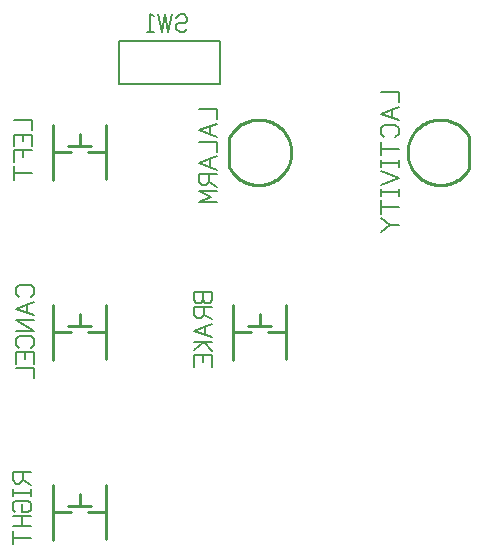
<source format=gbo>
G04 -- Generated By PCBWeb Designer*
%FSLAX24Y24*%
%MOIN*%
%OFA0B0*%
%SFA1.0B1.0*%
%AMROTRECT*21,1,$1,$2,0,0,$3*%
%AMROTOBLONG*1,1,$7,$1,$2*1,1,$7,$3,$4*21,1,$5,$6,0,0,$8*%
%ADD10C,0.025*%
%ADD11C,0.15*%
%ADD12C,0.1*%
%ADD13C,0.16*%
%ADD14C,0.005*%
%ADD15R,0.065X0.0394*%
%ADD16R,0.075X0.0494*%
%ADD17C,0.021*%
%ADD18R,0.0394X0.0866*%
%ADD19R,0.0494X0.0966*%
%ADD20C,0.002*%
%ADD21C,0.018*%
%ADD22C,0.008*%
%ADD23C,0.024*%
%ADD24R,0.055X0.055*%
%ADD25C,0.035*%
%ADD26R,0.065X0.065*%
%ADD27C,0.055*%
%ADD28C,0.032*%
%ADD29C,0.065*%
%ADD30C,0.01*%
%ADD31R,0.0591X0.0512*%
%ADD32R,0.0691X0.0612*%
%ADD33C,0.07*%
%ADD34C,0.045*%
%ADD35C,0.08*%
%ADD36C,0.033*%
%ADD37C,0.033*%
%ADD38C,0.026*%
%ADD39C,0.0394*%
%ADD40C,0.0197*%
%ADD41C,0.0494*%
%ADD42C,0.0059*%
%ADD43C,0.015*%
%ADD44C,0.0275*%
%ADD45C,0.0*%
G01*
%LNERASE*%
%LPC*%
G54D23*
X2320Y20580D02*
X2920Y20580D01*
X2920Y20243D01*
X2320Y19718D02*
X2320Y20093D01*
X2920Y20093D01*
X2920Y19718D01*
X2620Y20093D02*
X2620Y19868D01*
X2320Y19193D02*
X2320Y19568D01*
X2920Y19568D01*
X2620Y19568D02*
X2620Y19343D01*
X2320Y19043D02*
X2320Y18593D01*
X2320Y18818D02*
X2920Y18818D01*
X2876Y8830D02*
X2276Y8830D01*
X2276Y8568D01*
X2388Y8455D01*
X2501Y8455D01*
X2613Y8568D01*
X2613Y8830D01*
X2613Y8568D02*
X2876Y8418D01*
X2876Y8268D02*
X2876Y8043D01*
X2276Y8268D02*
X2276Y8043D01*
X2276Y8155D02*
X2876Y8155D01*
X2351Y7518D02*
X2276Y7593D01*
X2276Y7818D01*
X2351Y7893D01*
X2801Y7893D01*
X2876Y7818D01*
X2876Y7593D01*
X2801Y7518D01*
X2576Y7518D01*
X2576Y7780D01*
X2276Y7368D02*
X2876Y7368D01*
X2276Y7030D02*
X2876Y7030D01*
X2576Y7368D02*
X2576Y7030D01*
X2276Y6880D02*
X2276Y6430D01*
X2276Y6655D02*
X2876Y6655D01*
X8913Y14830D02*
X8313Y14830D01*
X8313Y14568D01*
X8388Y14493D01*
X8538Y14493D01*
X8613Y14568D01*
X8688Y14493D01*
X8838Y14493D01*
X8913Y14568D01*
X8913Y14830D01*
X8613Y14568D02*
X8613Y14830D01*
X8913Y14343D02*
X8313Y14343D01*
X8313Y14080D01*
X8426Y13968D01*
X8538Y13968D01*
X8651Y14080D01*
X8651Y14343D01*
X8651Y14080D02*
X8913Y13930D01*
X8688Y13694D02*
X8688Y13417D01*
X8913Y13780D02*
X8313Y13555D01*
X8913Y13330D01*
X8913Y13180D02*
X8313Y13180D01*
X8313Y12918D02*
X8651Y13180D01*
X8913Y12880D01*
X8313Y12355D02*
X8313Y12730D01*
X8913Y12730D01*
X8913Y12355D01*
X8613Y12730D02*
X8613Y12505D01*
X2495Y14668D02*
X2382Y14780D01*
X2382Y14968D01*
X2495Y15080D01*
X2870Y15080D01*
X2982Y14968D01*
X2982Y14780D01*
X2870Y14668D01*
X2757Y14432D02*
X2757Y14154D01*
X2982Y14518D02*
X2382Y14293D01*
X2982Y14068D01*
X2982Y13918D02*
X2382Y13918D01*
X2982Y13543D01*
X2382Y13543D01*
X2495Y12980D02*
X2382Y13093D01*
X2382Y13280D01*
X2495Y13393D01*
X2870Y13393D01*
X2982Y13280D01*
X2982Y13093D01*
X2870Y12980D01*
X2382Y12455D02*
X2382Y12830D01*
X2982Y12830D01*
X2982Y12455D01*
X2682Y12830D02*
X2682Y12605D01*
X2382Y12305D02*
X2982Y12305D01*
X2982Y11968D01*
X8481Y20950D02*
X9081Y20950D01*
X9081Y20612D01*
X8856Y20376D02*
X8856Y20099D01*
X9081Y20462D02*
X8481Y20238D01*
X9081Y20012D01*
X8481Y19862D02*
X9081Y19862D01*
X9081Y19525D01*
X8856Y19289D02*
X8856Y19011D01*
X9081Y19375D02*
X8481Y19150D01*
X9081Y18925D01*
X9081Y18775D02*
X8481Y18775D01*
X8481Y18512D01*
X8594Y18400D01*
X8706Y18400D01*
X8819Y18512D01*
X8819Y18775D01*
X8819Y18512D02*
X9081Y18362D01*
X9081Y18212D02*
X8481Y18212D01*
X8894Y18025D01*
X8481Y17838D01*
X9081Y17838D01*
X14537Y21500D02*
X15137Y21500D01*
X15137Y21163D01*
X14912Y20926D02*
X14912Y20649D01*
X15137Y21013D02*
X14537Y20788D01*
X15137Y20563D01*
X14650Y20000D02*
X14537Y20113D01*
X14537Y20300D01*
X14650Y20413D01*
X15025Y20413D01*
X15137Y20300D01*
X15137Y20113D01*
X15025Y20000D01*
X14537Y19850D02*
X14537Y19400D01*
X14537Y19625D02*
X15137Y19625D01*
X15137Y19250D02*
X15137Y19025D01*
X14537Y19250D02*
X14537Y19025D01*
X14537Y19138D02*
X15137Y19138D01*
X14537Y18875D02*
X15137Y18650D01*
X14537Y18425D01*
X15137Y18275D02*
X15137Y18050D01*
X14537Y18275D02*
X14537Y18050D01*
X14537Y18163D02*
X15137Y18163D01*
X14537Y17900D02*
X14537Y17450D01*
X14537Y17675D02*
X15137Y17675D01*
X14837Y17075D02*
X14537Y16850D01*
X14537Y17300D02*
X14837Y17075D01*
X15137Y17075D01*
X7725Y23995D02*
X7838Y24108D01*
X7988Y24108D01*
X8100Y23995D01*
X8100Y23883D01*
X8025Y23808D01*
X7800Y23808D01*
X7725Y23733D01*
X7725Y23620D01*
X7838Y23508D01*
X7988Y23508D01*
X8100Y23620D01*
X7575Y24108D02*
X7462Y23508D01*
X7350Y24108D01*
X7238Y23508D01*
X7125Y24108D01*
X6975Y23508D02*
X6750Y23508D01*
X6862Y23508D02*
X6862Y24108D01*
X6975Y24033D01*
%LNSTD*%
%LPD*%
G54D30*
X5386Y20400D02*
X5386Y18610D01*
X3616Y18570D02*
X3616Y20420D01*
X5366Y19500D02*
X4786Y19500D01*
X3646Y19500D02*
X4216Y19500D01*
X4886Y19720D02*
X4116Y19720D01*
X4506Y19720D02*
X4506Y20120D01*
G54D22*
X2320Y20580D02*
X2920Y20580D01*
X2920Y20243D01*
X2320Y19718D02*
X2320Y20093D01*
X2920Y20093D01*
X2920Y19718D01*
X2620Y20093D02*
X2620Y19868D01*
X2320Y19193D02*
X2320Y19568D01*
X2920Y19568D01*
X2620Y19568D02*
X2620Y19343D01*
X2320Y19043D02*
X2320Y18593D01*
X2320Y18818D02*
X2920Y18818D01*
G54D30*
X5386Y8400D02*
X5386Y6610D01*
X3616Y6570D02*
X3616Y8420D01*
X5366Y7500D02*
X4786Y7500D01*
X3646Y7500D02*
X4216Y7500D01*
X4886Y7720D02*
X4116Y7720D01*
X4506Y7720D02*
X4506Y8120D01*
G54D22*
X2876Y8830D02*
X2276Y8830D01*
X2276Y8568D01*
X2388Y8455D01*
X2501Y8455D01*
X2613Y8568D01*
X2613Y8830D01*
X2613Y8568D02*
X2876Y8418D01*
X2876Y8268D02*
X2876Y8043D01*
X2276Y8268D02*
X2276Y8043D01*
X2276Y8155D02*
X2876Y8155D01*
X2351Y7518D02*
X2276Y7593D01*
X2276Y7818D01*
X2351Y7893D01*
X2801Y7893D01*
X2876Y7818D01*
X2876Y7593D01*
X2801Y7518D01*
X2576Y7518D01*
X2576Y7780D01*
X2276Y7368D02*
X2876Y7368D01*
X2276Y7030D02*
X2876Y7030D01*
X2576Y7368D02*
X2576Y7030D01*
X2276Y6880D02*
X2276Y6430D01*
X2276Y6655D02*
X2876Y6655D01*
G54D30*
X11386Y14400D02*
X11386Y12610D01*
X9616Y12570D02*
X9616Y14420D01*
X11366Y13500D02*
X10786Y13500D01*
X9646Y13500D02*
X10216Y13500D01*
X10886Y13720D02*
X10116Y13720D01*
X10506Y13720D02*
X10506Y14120D01*
G54D22*
X8913Y14830D02*
X8313Y14830D01*
X8313Y14568D01*
X8388Y14493D01*
X8538Y14493D01*
X8613Y14568D01*
X8688Y14493D01*
X8838Y14493D01*
X8913Y14568D01*
X8913Y14830D01*
X8613Y14568D02*
X8613Y14830D01*
X8913Y14343D02*
X8313Y14343D01*
X8313Y14080D01*
X8426Y13968D01*
X8538Y13968D01*
X8651Y14080D01*
X8651Y14343D01*
X8651Y14080D02*
X8913Y13930D01*
X8688Y13694D02*
X8688Y13417D01*
X8913Y13780D02*
X8313Y13555D01*
X8913Y13330D01*
X8913Y13180D02*
X8313Y13180D01*
X8313Y12918D02*
X8651Y13180D01*
X8913Y12880D01*
X8313Y12355D02*
X8313Y12730D01*
X8913Y12730D01*
X8913Y12355D01*
X8613Y12730D02*
X8613Y12505D01*
G54D30*
X5386Y14400D02*
X5386Y12610D01*
X3616Y12570D02*
X3616Y14420D01*
X5366Y13500D02*
X4786Y13500D01*
X3646Y13500D02*
X4216Y13500D01*
X4886Y13720D02*
X4116Y13720D01*
X4506Y13720D02*
X4506Y14120D01*
G54D22*
X2495Y14668D02*
X2382Y14780D01*
X2382Y14968D01*
X2495Y15080D01*
X2870Y15080D01*
X2982Y14968D01*
X2982Y14780D01*
X2870Y14668D01*
X2757Y14432D02*
X2757Y14154D01*
X2982Y14518D02*
X2382Y14293D01*
X2982Y14068D01*
X2982Y13918D02*
X2382Y13918D01*
X2982Y13543D01*
X2382Y13543D01*
X2495Y12980D02*
X2382Y13093D01*
X2382Y13280D01*
X2495Y13393D01*
X2870Y13393D01*
X2982Y13280D01*
X2982Y13093D01*
X2870Y12980D01*
X2382Y12455D02*
X2382Y12830D01*
X2982Y12830D01*
X2982Y12455D01*
X2682Y12830D02*
X2682Y12605D01*
X2382Y12305D02*
X2982Y12305D01*
X2982Y11968D01*
G54D30*
X9500Y19000D02*
X9522Y18960D01*
X9545Y18920D01*
X9570Y18882D01*
X9597Y18845D01*
X9625Y18809D01*
X9655Y18774D01*
X9686Y18740D01*
X9719Y18708D01*
X9753Y18677D01*
X9788Y18648D01*
X9824Y18620D01*
X9862Y18594D01*
X9900Y18569D01*
X9940Y18546D01*
X9981Y18525D01*
X10022Y18505D01*
X10064Y18487D01*
X10107Y18471D01*
X10150Y18456D01*
X10195Y18444D01*
X10239Y18433D01*
X10284Y18425D01*
X10329Y18418D01*
X10375Y18413D01*
X10421Y18410D01*
X10466Y18409D01*
X10512Y18409D01*
X10558Y18412D01*
X10604Y18417D01*
X10649Y18423D01*
X10694Y18432D01*
X10739Y18442D01*
X10783Y18454D01*
X10826Y18468D01*
X10869Y18484D01*
X10912Y18502D01*
X10953Y18521D01*
X10994Y18542D01*
X11033Y18565D01*
X11072Y18590D01*
X11110Y18616D01*
X11146Y18643D01*
X11182Y18672D01*
X11216Y18703D01*
X11249Y18735D01*
X11280Y18768D01*
X11310Y18803D01*
X11339Y18839D01*
X11366Y18876D01*
X11391Y18914D01*
X11415Y18953D01*
X11437Y18993D01*
X11457Y19034D01*
X11476Y19076D01*
X11493Y19119D01*
X11508Y19162D01*
X11521Y19206D01*
X11533Y19250D01*
X11542Y19295D01*
X11550Y19340D01*
X11556Y19386D01*
X11559Y19431D01*
X11561Y19477D01*
X11561Y19523D01*
X11559Y19569D01*
X11556Y19614D01*
X11550Y19660D01*
X11542Y19705D01*
X11533Y19750D01*
X11521Y19794D01*
X11508Y19838D01*
X11493Y19881D01*
X11476Y19924D01*
X11457Y19966D01*
X11437Y20007D01*
X11415Y20047D01*
X11391Y20086D01*
X11366Y20124D01*
X11339Y20161D01*
X11310Y20197D01*
X11280Y20232D01*
X11249Y20265D01*
X11216Y20297D01*
X11182Y20328D01*
X11146Y20357D01*
X11110Y20384D01*
X11072Y20410D01*
X11033Y20435D01*
X10994Y20458D01*
X10953Y20479D01*
X10912Y20498D01*
X10869Y20516D01*
X10826Y20532D01*
X10783Y20546D01*
X10739Y20558D01*
X10694Y20568D01*
X10649Y20577D01*
X10604Y20583D01*
X10558Y20588D01*
X10512Y20591D01*
X10466Y20591D01*
X10421Y20590D01*
X10375Y20587D01*
X10329Y20582D01*
X10284Y20575D01*
X10239Y20567D01*
X10195Y20556D01*
X10150Y20544D01*
X10107Y20529D01*
X10064Y20513D01*
X10022Y20495D01*
X9981Y20475D01*
X9940Y20454D01*
X9900Y20431D01*
X9862Y20406D01*
X9824Y20380D01*
X9788Y20352D01*
X9753Y20323D01*
X9719Y20292D01*
X9686Y20260D01*
X9655Y20226D01*
X9625Y20191D01*
X9597Y20155D01*
X9570Y20118D01*
X9545Y20080D01*
X9522Y20040D01*
X9500Y20000D01*
X9500Y20000D01*
X9500Y19000D01*
G54D22*
X8481Y20950D02*
X9081Y20950D01*
X9081Y20612D01*
X8856Y20376D02*
X8856Y20099D01*
X9081Y20462D02*
X8481Y20238D01*
X9081Y20012D01*
X8481Y19862D02*
X9081Y19862D01*
X9081Y19525D01*
X8856Y19289D02*
X8856Y19011D01*
X9081Y19375D02*
X8481Y19150D01*
X9081Y18925D01*
X9081Y18775D02*
X8481Y18775D01*
X8481Y18512D01*
X8594Y18400D01*
X8706Y18400D01*
X8819Y18512D01*
X8819Y18775D01*
X8819Y18512D02*
X9081Y18362D01*
X9081Y18212D02*
X8481Y18212D01*
X8894Y18025D01*
X8481Y17838D01*
X9081Y17838D01*
G54D30*
X17500Y20000D02*
X17478Y20040D01*
X17455Y20080D01*
X17430Y20118D01*
X17403Y20155D01*
X17375Y20191D01*
X17345Y20226D01*
X17314Y20260D01*
X17281Y20292D01*
X17247Y20323D01*
X17212Y20352D01*
X17176Y20380D01*
X17138Y20406D01*
X17100Y20431D01*
X17060Y20454D01*
X17019Y20475D01*
X16978Y20495D01*
X16936Y20513D01*
X16893Y20529D01*
X16850Y20544D01*
X16805Y20556D01*
X16761Y20567D01*
X16716Y20575D01*
X16671Y20582D01*
X16625Y20587D01*
X16579Y20590D01*
X16534Y20591D01*
X16488Y20591D01*
X16442Y20588D01*
X16396Y20583D01*
X16351Y20577D01*
X16306Y20568D01*
X16261Y20558D01*
X16217Y20546D01*
X16174Y20532D01*
X16131Y20516D01*
X16088Y20498D01*
X16047Y20479D01*
X16006Y20458D01*
X15967Y20435D01*
X15928Y20410D01*
X15890Y20384D01*
X15854Y20357D01*
X15818Y20328D01*
X15784Y20297D01*
X15751Y20265D01*
X15720Y20232D01*
X15690Y20197D01*
X15661Y20161D01*
X15634Y20124D01*
X15609Y20086D01*
X15585Y20047D01*
X15563Y20007D01*
X15543Y19966D01*
X15524Y19924D01*
X15507Y19881D01*
X15492Y19838D01*
X15479Y19794D01*
X15467Y19750D01*
X15458Y19705D01*
X15450Y19660D01*
X15444Y19614D01*
X15441Y19569D01*
X15439Y19523D01*
X15439Y19477D01*
X15441Y19431D01*
X15444Y19386D01*
X15450Y19340D01*
X15458Y19295D01*
X15467Y19250D01*
X15479Y19206D01*
X15492Y19162D01*
X15507Y19119D01*
X15524Y19076D01*
X15543Y19034D01*
X15563Y18993D01*
X15585Y18953D01*
X15609Y18914D01*
X15634Y18876D01*
X15661Y18839D01*
X15690Y18803D01*
X15720Y18768D01*
X15751Y18735D01*
X15784Y18703D01*
X15818Y18672D01*
X15854Y18643D01*
X15890Y18616D01*
X15928Y18590D01*
X15967Y18565D01*
X16006Y18542D01*
X16047Y18521D01*
X16088Y18502D01*
X16131Y18484D01*
X16174Y18468D01*
X16217Y18454D01*
X16261Y18442D01*
X16306Y18432D01*
X16351Y18423D01*
X16396Y18417D01*
X16442Y18412D01*
X16488Y18409D01*
X16534Y18409D01*
X16579Y18410D01*
X16625Y18413D01*
X16671Y18418D01*
X16716Y18425D01*
X16761Y18433D01*
X16805Y18444D01*
X16850Y18456D01*
X16893Y18471D01*
X16936Y18487D01*
X16978Y18505D01*
X17019Y18525D01*
X17060Y18546D01*
X17100Y18569D01*
X17138Y18594D01*
X17176Y18620D01*
X17212Y18648D01*
X17247Y18677D01*
X17281Y18708D01*
X17314Y18740D01*
X17345Y18774D01*
X17375Y18809D01*
X17403Y18845D01*
X17430Y18882D01*
X17455Y18920D01*
X17478Y18960D01*
X17500Y19000D01*
X17500Y19000D01*
X17500Y20000D01*
G54D22*
X14537Y21500D02*
X15137Y21500D01*
X15137Y21163D01*
X14912Y20926D02*
X14912Y20649D01*
X15137Y21013D02*
X14537Y20788D01*
X15137Y20563D01*
X14650Y20000D02*
X14537Y20113D01*
X14537Y20300D01*
X14650Y20413D01*
X15025Y20413D01*
X15137Y20300D01*
X15137Y20113D01*
X15025Y20000D01*
X14537Y19850D02*
X14537Y19400D01*
X14537Y19625D02*
X15137Y19625D01*
X15137Y19250D02*
X15137Y19025D01*
X14537Y19250D02*
X14537Y19025D01*
X14537Y19138D02*
X15137Y19138D01*
X14537Y18875D02*
X15137Y18650D01*
X14537Y18425D01*
X15137Y18275D02*
X15137Y18050D01*
X14537Y18275D02*
X14537Y18050D01*
X14537Y18163D02*
X15137Y18163D01*
X14537Y17900D02*
X14537Y17450D01*
X14537Y17675D02*
X15137Y17675D01*
X14837Y17075D02*
X14537Y16850D01*
X14537Y17300D02*
X14837Y17075D01*
X15137Y17075D01*
G54D42*
X9173Y21772D02*
X9173Y21772D01*
X9173Y23209D01*
X5827Y23228D01*
X5827Y21772D01*
X9173Y21772D01*
G54D22*
X7725Y23995D02*
X7838Y24108D01*
X7988Y24108D01*
X8100Y23995D01*
X8100Y23883D01*
X8025Y23808D01*
X7800Y23808D01*
X7725Y23733D01*
X7725Y23620D01*
X7838Y23508D01*
X7988Y23508D01*
X8100Y23620D01*
X7575Y24108D02*
X7462Y23508D01*
X7350Y24108D01*
X7238Y23508D01*
X7125Y24108D01*
X6975Y23508D02*
X6750Y23508D01*
X6862Y23508D02*
X6862Y24108D01*
X6975Y24033D01*
M02*

</source>
